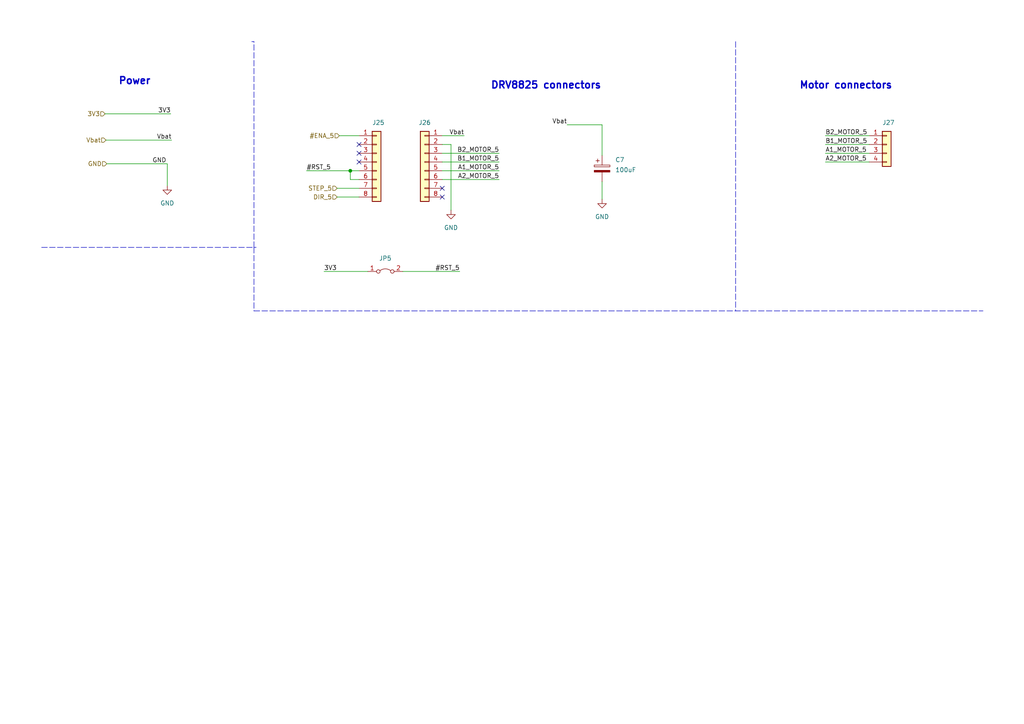
<source format=kicad_sch>
(kicad_sch (version 20211123) (generator eeschema)
  (paper "A4")
  (lib_symbols
    (symbol "Connector_Generic:Conn_01x04" (pin_names (offset 1.016) hide)
      (property "Reference" "J" (at 0 5.08 0))
      (property "Value" "Conn_01x04" (at 0 -7.62 0))
      (symbol "Conn_01x04_1_1"
        (rectangle (start -1.27 -4.953) (end 0 -5.207) (stroke (width 0.1524)))
        (rectangle (start -1.27 -2.413) (end 0 -2.667) (stroke (width 0.1524)))
        (rectangle (start -1.27 0.127) (end 0 -0.127) (stroke (width 0.1524)))
        (rectangle (start -1.27 2.667) (end 0 2.413) (stroke (width 0.1524)))
        (rectangle (start -1.27 3.81) (end 1.27 -6.35) (stroke (width 0.254)) (fill (type background)))
        (pin passive line (at -5.08 2.54 0) (length 3.81) (name "Pin_1") (number "1"))
        (pin passive line (at -5.08 0 0) (length 3.81) (name "Pin_2") (number "2"))
        (pin passive line (at -5.08 -2.54 0) (length 3.81) (name "Pin_3") (number "3"))
        (pin passive line (at -5.08 -5.08 0) (length 3.81) (name "Pin_4") (number "4"))
      )
    )
    (symbol "Connector_Generic:Conn_01x08" (pin_names (offset 1.016) hide)
      (property "Reference" "J" (at 0 10.16 0))
      (property "Value" "Conn_01x08" (at 0 -12.7 0))
      (symbol "Conn_01x08_1_1"
        (rectangle (start -1.27 -10.033) (end 0 -10.287) (stroke (width 0.1524)))
        (rectangle (start -1.27 -7.493) (end 0 -7.747) (stroke (width 0.1524)))
        (rectangle (start -1.27 -4.953) (end 0 -5.207) (stroke (width 0.1524)))
        (rectangle (start -1.27 -2.413) (end 0 -2.667) (stroke (width 0.1524)))
        (rectangle (start -1.27 0.127) (end 0 -0.127) (stroke (width 0.1524)))
        (rectangle (start -1.27 2.667) (end 0 2.413) (stroke (width 0.1524)))
        (rectangle (start -1.27 5.207) (end 0 4.953) (stroke (width 0.1524)))
        (rectangle (start -1.27 7.747) (end 0 7.493) (stroke (width 0.1524)))
        (rectangle (start -1.27 8.89) (end 1.27 -11.43) (stroke (width 0.254)) (fill (type background)))
        (pin passive line (at -5.08 7.62 0) (length 3.81) (name "Pin_1") (number "1"))
        (pin passive line (at -5.08 5.08 0) (length 3.81) (name "Pin_2") (number "2"))
        (pin passive line (at -5.08 2.54 0) (length 3.81) (name "Pin_3") (number "3"))
        (pin passive line (at -5.08 0 0) (length 3.81) (name "Pin_4") (number "4"))
        (pin passive line (at -5.08 -2.54 0) (length 3.81) (name "Pin_5") (number "5"))
        (pin passive line (at -5.08 -5.08 0) (length 3.81) (name "Pin_6") (number "6"))
        (pin passive line (at -5.08 -7.62 0) (length 3.81) (name "Pin_7") (number "7"))
        (pin passive line (at -5.08 -10.16 0) (length 3.81) (name "Pin_8") (number "8"))
      )
    )
    (symbol "Device:C_Polarized" (pin_numbers hide) (pin_names (offset 0.254))
      (property "Reference" "C" (at 0.635 2.54 0))
      (property "Value" "C_Polarized" (at 0.635 -2.54 0))
      (symbol "C_Polarized_0_1"
        (rectangle (start -2.286 0.508) (end 2.286 1.016))
        (polyline (pts (xy -1.778 2.286) (xy -0.762 2.286)))
        (polyline (pts (xy -1.27 2.794) (xy -1.27 1.778)))
        (rectangle (start 2.286 -0.508) (end -2.286 -1.016) (fill (type outline)))
      )
      (symbol "C_Polarized_1_1"
        (pin passive line (at 0 3.81 270) (length 2.794) (name "~") (number "1"))
        (pin passive line (at 0 -3.81 90) (length 2.794) (name "~") (number "2"))
      )
    )
    (symbol "Jumper:Jumper_2_Bridged" (pin_names (offset 0) hide)
      (property "Reference" "JP" (at 0 1.905 0))
      (property "Value" "Jumper_2_Bridged" (at 0 -2.54 0))
      (symbol "Jumper_2_Bridged_0_0"
        (circle (center -2.032 0) (radius 0.508))
        (circle (center 2.032 0) (radius 0.508))
      )
      (symbol "Jumper_2_Bridged_0_1"
        (arc (start 1.524 0.254) (mid 0 0.762) (end -1.524 0.254))
      )
      (symbol "Jumper_2_Bridged_1_1"
        (pin passive line (at -5.08 0 0) (length 2.54) (name "A") (number "1"))
        (pin passive line (at 5.08 0 180) (length 2.54) (name "B") (number "2"))
      )
    )
    (symbol "power:GND" (power) (pin_names (offset 0))
      (property "Value" "GND" (at 0 -3.81 0))
      (symbol "GND_0_1"
        (polyline (pts (xy 0 0) (xy 0 -1.27) (xy 1.27 -1.27) (xy 0 -2.54) (xy -1.27 -1.27) (xy 0 -1.27)))
      )
      (symbol "GND_1_1"
        (pin power_in line (at 0 0 270) (length 0) hide (name "GND") (number "1"))
      )
    )
  )
  (junction (at 101.6 49.53))
  (no_connect (at 104.14 44.45))
  (no_connect (at 104.14 46.99))
  (no_connect (at 128.27 54.61))
  (no_connect (at 104.14 41.91))
  (no_connect (at 128.27 57.15))
  (wire (pts (xy 128.27 49.53) (xy 144.78 49.53)))
  (wire (pts (xy 239.395 39.37) (xy 252.095 39.37)))
  (polyline (pts (xy 73.66 90.17) (xy 285.115 90.17)))
  (polyline (pts (xy 73.66 71.755) (xy 73.66 12.065)))
  (wire (pts (xy 88.9 49.53) (xy 101.6 49.53)))
  (wire (pts (xy 174.625 36.195) (xy 174.625 45.085)))
  (wire (pts (xy 128.27 44.45) (xy 144.78 44.45)))
  (wire (pts (xy 101.6 52.07) (xy 101.6 49.53)))
  (wire (pts (xy 116.84 78.74) (xy 133.35 78.74)))
  (wire (pts (xy 174.625 52.705) (xy 174.625 57.785)))
  (wire (pts (xy 48.514 47.498) (xy 48.514 53.848)))
  (polyline (pts (xy 12.065 71.755) (xy 74.295 71.755)))
  (wire (pts (xy 239.395 46.99) (xy 252.095 46.99)))
  (wire (pts (xy 239.395 41.91) (xy 252.095 41.91)))
  (wire (pts (xy 101.6 49.53) (xy 104.14 49.53)))
  (wire (pts (xy 30.988 47.498) (xy 48.514 47.498)))
  (wire (pts (xy 30.734 40.64) (xy 49.784 40.64)))
  (wire (pts (xy 104.14 52.07) (xy 101.6 52.07)))
  (polyline (pts (xy 213.36 12.065) (xy 213.36 90.17)))
  (wire (pts (xy 239.395 44.45) (xy 252.095 44.45)))
  (wire (pts (xy 164.465 36.195) (xy 174.625 36.195)))
  (wire (pts (xy 30.48 33.02) (xy 49.53 33.02)))
  (wire (pts (xy 98.425 39.37) (xy 104.14 39.37)))
  (wire (pts (xy 97.79 54.61) (xy 104.14 54.61)))
  (wire (pts (xy 128.27 39.37) (xy 134.62 39.37)))
  (polyline (pts (xy 73.66 71.755) (xy 73.66 90.17)))
  (wire (pts (xy 128.27 41.91) (xy 130.81 41.91)))
  (polyline (pts (xy 73.025 12.065) (xy 73.66 12.065)))
  (wire (pts (xy 97.79 57.15) (xy 104.14 57.15)))
  (wire (pts (xy 128.27 46.99) (xy 144.78 46.99)))
  (wire (pts (xy 128.27 52.07) (xy 144.78 52.07)))
  (wire (pts (xy 130.81 41.91) (xy 130.81 60.96)))
  (wire (pts (xy 93.98 78.74) (xy 106.68 78.74)))
  (text "DRV8825 connectors" (at 142.24 26.035 0) (effects (font (size 2.032 2.032) (thickness 0.4064) bold) (justify left bottom)))
  (text "Motor connectors" (at 231.775 26.035 0) (effects (font (size 2.032 2.032) (thickness 0.4064) bold) (justify left bottom)))
  (text "Power\n" (at 34.29 24.765 0) (effects (font (size 2.032 2.032) (thickness 0.4064) bold) (justify left bottom)))
  (label "Vbat" (at 49.784 40.64 180))
  (label "3V3" (at 93.98 78.74 0))
  (label "Vbat" (at 134.62 39.37 180))
  (label "A2_MOTOR_5" (at 144.78 52.07 180))
  (label "Vbat" (at 164.465 36.195 180))
  (label "B1_MOTOR_5" (at 144.78 46.99 180))
  (label "3V3" (at 49.53 33.02 180))
  (label "B2_MOTOR_5" (at 144.78 44.45 180))
  (label "A1_MOTOR_5" (at 144.78 49.53 180))
  (label "A2_MOTOR_5" (at 239.395 46.99 0))
  (label "#RST_5" (at 133.35 78.74 180))
  (label "#RST_5" (at 88.9 49.53 0))
  (label "A1_MOTOR_5" (at 239.395 44.45 0))
  (label "B2_MOTOR_5" (at 239.395 39.37 0))
  (label "B1_MOTOR_5" (at 239.395 41.91 0))
  (label "GND" (at 48.26 47.498 180))
  (hierarchical_label "DIR_5" (shape input) (at 97.79 57.15 180))
  (hierarchical_label "STEP_5" (shape input) (at 97.79 54.61 180))
  (hierarchical_label "Vbat" (shape input) (at 30.734 40.64 180))
  (hierarchical_label "GND" (shape input) (at 30.988 47.498 180))
  (hierarchical_label "3V3" (shape input) (at 30.48 33.02 180))
  (hierarchical_label "#ENA_5" (shape input) (at 98.425 39.37 180))
  (symbol (lib_id "power:GND") (at 130.81 60.96 0) (unit 1)
    (property "Reference" "#PWR0110" (effects hide))
    (property "Value" "GND" (at 130.81 66.04 0))
  )
  (symbol (lib_id "Jumper:Jumper_2_Bridged") (at 111.76 78.74 0) (unit 1)
    (property "Reference" "JP5" (at 111.76 74.93 0))
    (property "Value" "Jumper_2_Bridged" (effects hide))
    (property "Footprint" "Connector_PinHeader_2.54mm:PinHeader_1x02_P2.54mm_Vertical" (effects hide))
  )
  (symbol (lib_id "power:GND") (at 48.514 53.848 0) (unit 1)
    (property "Reference" "#PWR0119" (effects hide))
    (property "Value" "GND" (at 48.514 58.928 0))
  )
  (symbol (lib_id "Connector_Generic:Conn_01x04") (at 257.175 41.91 0) (unit 1)
    (property "Reference" "J27" (at 255.905 35.56 0) (effects (justify left)))
    (property "Value" "Conn_01x04" (effects hide))
    (property "Footprint" "Connector_PinSocket_2.54mm:PinSocket_1x04_P2.54mm_Vertical" (effects hide))
  )
  (symbol (lib_id "Connector_Generic:Conn_01x08") (at 109.22 46.99 0) (unit 1)
    (property "Reference" "J25" (at 107.95 35.56 0) (effects (justify left)))
    (property "Value" "Conn_01x08" (effects hide))
    (property "Footprint" "Connector_PinSocket_2.54mm:PinSocket_1x08_P2.54mm_Vertical" (effects hide))
  )
  (symbol (lib_id "Device:C_Polarized") (at 174.625 48.895 0) (unit 1)
    (property "Reference" "C7" (at 178.435 46.355 0) (effects (justify left)))
    (property "Value" "100uF" (at 178.435 49.2759 0) (effects (justify left)))
    (property "Footprint" "Capacitor_THT:CP_Radial_D5.0mm_P2.50mm" (effects hide))
  )
  (symbol (lib_id "Connector_Generic:Conn_01x08") (at 123.19 46.99 0) (mirror y) (unit 1)
    (property "Reference" "J26" (at 123.19 35.56 0))
    (property "Value" "Conn_01x08" (effects hide))
    (property "Footprint" "Connector_PinSocket_2.54mm:PinSocket_1x08_P2.54mm_Vertical" (effects hide))
  )
  (symbol (lib_id "power:GND") (at 174.625 57.785 0) (unit 1)
    (property "Reference" "#PWR0115" (effects hide))
    (property "Value" "GND" (at 174.625 62.865 0))
  )
)
</source>
